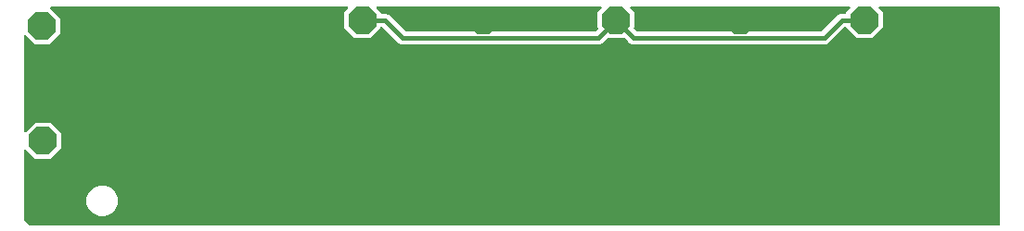
<source format=gbr>
G04 EAGLE Gerber RS-274X export*
G75*
%MOMM*%
%FSLAX34Y34*%
%LPD*%
%INBottom Copper*%
%IPPOS*%
%AMOC8*
5,1,8,0,0,1.08239X$1,22.5*%
G01*
%ADD10P,2.749271X8X22.500000*%
%ADD11C,0.502400*%
%ADD12C,0.381000*%

G36*
X894432Y14830D02*
X894432Y14830D01*
X894451Y14828D01*
X894553Y14850D01*
X894655Y14866D01*
X894672Y14876D01*
X894692Y14880D01*
X894781Y14933D01*
X894872Y14982D01*
X894886Y14996D01*
X894903Y15006D01*
X894970Y15085D01*
X895042Y15160D01*
X895050Y15178D01*
X895063Y15193D01*
X895102Y15289D01*
X895145Y15383D01*
X895147Y15403D01*
X895155Y15421D01*
X895173Y15588D01*
X895173Y214412D01*
X895170Y214432D01*
X895172Y214451D01*
X895150Y214553D01*
X895134Y214655D01*
X895124Y214672D01*
X895120Y214692D01*
X895067Y214781D01*
X895018Y214872D01*
X895004Y214886D01*
X894994Y214903D01*
X894915Y214970D01*
X894840Y215042D01*
X894822Y215050D01*
X894807Y215063D01*
X894711Y215102D01*
X894617Y215145D01*
X894597Y215147D01*
X894579Y215155D01*
X894412Y215173D01*
X785373Y215173D01*
X785303Y215162D01*
X785231Y215160D01*
X785182Y215142D01*
X785131Y215134D01*
X785067Y215100D01*
X785000Y215075D01*
X784959Y215043D01*
X784913Y215018D01*
X784864Y214966D01*
X784808Y214922D01*
X784780Y214878D01*
X784744Y214840D01*
X784714Y214775D01*
X784675Y214715D01*
X784662Y214664D01*
X784640Y214617D01*
X784632Y214546D01*
X784615Y214476D01*
X784619Y214424D01*
X784613Y214373D01*
X784628Y214302D01*
X784634Y214231D01*
X784654Y214183D01*
X784665Y214132D01*
X784702Y214071D01*
X784730Y214005D01*
X784775Y213949D01*
X784792Y213921D01*
X784809Y213906D01*
X784835Y213874D01*
X788565Y210144D01*
X788565Y196256D01*
X778744Y186435D01*
X764856Y186435D01*
X755035Y196256D01*
X755035Y196269D01*
X755032Y196289D01*
X755034Y196308D01*
X755012Y196410D01*
X754996Y196512D01*
X754986Y196529D01*
X754982Y196549D01*
X754929Y196638D01*
X754880Y196729D01*
X754866Y196743D01*
X754856Y196760D01*
X754777Y196827D01*
X754702Y196899D01*
X754684Y196907D01*
X754669Y196920D01*
X754573Y196959D01*
X754479Y197002D01*
X754459Y197004D01*
X754441Y197012D01*
X754274Y197030D01*
X753788Y197030D01*
X753698Y197016D01*
X753607Y197008D01*
X753577Y196996D01*
X753545Y196991D01*
X753465Y196948D01*
X753381Y196912D01*
X753349Y196886D01*
X753328Y196875D01*
X753306Y196852D01*
X753250Y196807D01*
X738382Y181939D01*
X736187Y181030D01*
X559813Y181030D01*
X557618Y181939D01*
X555832Y183725D01*
X552971Y186586D01*
X552955Y186598D01*
X552943Y186613D01*
X552856Y186669D01*
X552772Y186730D01*
X552753Y186735D01*
X552736Y186746D01*
X552636Y186771D01*
X552537Y186802D01*
X552517Y186801D01*
X552497Y186806D01*
X552394Y186798D01*
X552291Y186796D01*
X552272Y186789D01*
X552252Y186787D01*
X552157Y186747D01*
X552060Y186711D01*
X552044Y186699D01*
X552026Y186691D01*
X551895Y186586D01*
X551744Y186435D01*
X537842Y186435D01*
X537789Y186469D01*
X537705Y186530D01*
X537686Y186535D01*
X537670Y186546D01*
X537569Y186572D01*
X537470Y186602D01*
X537450Y186601D01*
X537431Y186606D01*
X537328Y186598D01*
X537224Y186596D01*
X537206Y186589D01*
X537186Y186587D01*
X537091Y186547D01*
X536993Y186511D01*
X536978Y186499D01*
X536959Y186491D01*
X536829Y186386D01*
X534168Y183725D01*
X532382Y181939D01*
X530187Y181030D01*
X348813Y181030D01*
X346618Y181939D01*
X331750Y196807D01*
X331676Y196860D01*
X331607Y196920D01*
X331577Y196932D01*
X331550Y196951D01*
X331464Y196978D01*
X331379Y197012D01*
X331338Y197016D01*
X331315Y197023D01*
X331283Y197022D01*
X331212Y197030D01*
X330726Y197030D01*
X330706Y197027D01*
X330687Y197029D01*
X330585Y197007D01*
X330483Y196991D01*
X330466Y196981D01*
X330446Y196977D01*
X330357Y196924D01*
X330266Y196875D01*
X330252Y196861D01*
X330235Y196851D01*
X330168Y196772D01*
X330096Y196697D01*
X330088Y196679D01*
X330075Y196664D01*
X330036Y196568D01*
X329993Y196474D01*
X329991Y196454D01*
X329983Y196436D01*
X329965Y196269D01*
X329965Y196256D01*
X320144Y186435D01*
X306256Y186435D01*
X296435Y196256D01*
X296435Y210144D01*
X300165Y213874D01*
X300207Y213932D01*
X300256Y213984D01*
X300278Y214031D01*
X300308Y214073D01*
X300329Y214142D01*
X300360Y214207D01*
X300365Y214259D01*
X300381Y214309D01*
X300379Y214380D01*
X300387Y214451D01*
X300376Y214502D01*
X300374Y214554D01*
X300350Y214622D01*
X300335Y214692D01*
X300308Y214737D01*
X300290Y214785D01*
X300245Y214841D01*
X300208Y214903D01*
X300169Y214937D01*
X300136Y214977D01*
X300076Y215016D01*
X300021Y215063D01*
X299973Y215082D01*
X299929Y215110D01*
X299860Y215128D01*
X299793Y215155D01*
X299722Y215163D01*
X299691Y215171D01*
X299668Y215169D01*
X299627Y215173D01*
X29153Y215173D01*
X29083Y215162D01*
X29011Y215160D01*
X28962Y215142D01*
X28911Y215134D01*
X28847Y215100D01*
X28780Y215075D01*
X28739Y215043D01*
X28693Y215018D01*
X28644Y214966D01*
X28588Y214922D01*
X28560Y214878D01*
X28524Y214840D01*
X28494Y214775D01*
X28455Y214715D01*
X28442Y214664D01*
X28420Y214617D01*
X28412Y214546D01*
X28395Y214476D01*
X28399Y214424D01*
X28393Y214373D01*
X28408Y214302D01*
X28414Y214231D01*
X28434Y214183D01*
X28445Y214132D01*
X28482Y214071D01*
X28510Y214005D01*
X28555Y213949D01*
X28572Y213921D01*
X28589Y213906D01*
X28615Y213874D01*
X37565Y204924D01*
X37565Y191036D01*
X27744Y181215D01*
X13856Y181215D01*
X6126Y188945D01*
X6068Y188987D01*
X6016Y189036D01*
X5969Y189058D01*
X5927Y189088D01*
X5858Y189109D01*
X5793Y189140D01*
X5741Y189145D01*
X5691Y189161D01*
X5620Y189159D01*
X5549Y189167D01*
X5498Y189156D01*
X5446Y189154D01*
X5378Y189130D01*
X5308Y189115D01*
X5263Y189088D01*
X5215Y189070D01*
X5159Y189025D01*
X5097Y188988D01*
X5063Y188949D01*
X5023Y188916D01*
X4984Y188856D01*
X4937Y188801D01*
X4918Y188753D01*
X4890Y188709D01*
X4872Y188640D01*
X4845Y188573D01*
X4837Y188502D01*
X4829Y188471D01*
X4831Y188448D01*
X4827Y188407D01*
X4827Y101183D01*
X4838Y101113D01*
X4840Y101041D01*
X4858Y100992D01*
X4866Y100941D01*
X4900Y100877D01*
X4925Y100810D01*
X4957Y100769D01*
X4982Y100723D01*
X5034Y100674D01*
X5078Y100618D01*
X5122Y100590D01*
X5160Y100554D01*
X5225Y100524D01*
X5285Y100485D01*
X5336Y100472D01*
X5383Y100450D01*
X5454Y100442D01*
X5524Y100425D01*
X5576Y100429D01*
X5627Y100423D01*
X5698Y100438D01*
X5769Y100444D01*
X5817Y100464D01*
X5868Y100475D01*
X5929Y100512D01*
X5995Y100540D01*
X6051Y100585D01*
X6079Y100602D01*
X6094Y100619D01*
X6126Y100645D01*
X14646Y109165D01*
X28534Y109165D01*
X38355Y99344D01*
X38355Y85456D01*
X28534Y75635D01*
X14646Y75635D01*
X6126Y84155D01*
X6068Y84197D01*
X6016Y84246D01*
X5969Y84268D01*
X5927Y84298D01*
X5858Y84319D01*
X5793Y84350D01*
X5741Y84355D01*
X5691Y84371D01*
X5620Y84369D01*
X5549Y84377D01*
X5498Y84366D01*
X5446Y84364D01*
X5378Y84340D01*
X5308Y84325D01*
X5263Y84298D01*
X5215Y84280D01*
X5159Y84235D01*
X5097Y84198D01*
X5063Y84159D01*
X5023Y84126D01*
X4984Y84066D01*
X4937Y84011D01*
X4918Y83963D01*
X4890Y83919D01*
X4872Y83850D01*
X4845Y83783D01*
X4837Y83712D01*
X4829Y83681D01*
X4831Y83658D01*
X4827Y83617D01*
X4827Y19812D01*
X4841Y19722D01*
X4849Y19631D01*
X4861Y19601D01*
X4866Y19569D01*
X4909Y19489D01*
X4945Y19405D01*
X4971Y19373D01*
X4982Y19352D01*
X5005Y19330D01*
X5050Y19274D01*
X9274Y15050D01*
X9348Y14997D01*
X9417Y14937D01*
X9447Y14925D01*
X9473Y14906D01*
X9560Y14879D01*
X9645Y14845D01*
X9686Y14841D01*
X9709Y14834D01*
X9741Y14835D01*
X9812Y14827D01*
X894412Y14827D01*
X894432Y14830D01*
G37*
G36*
X526302Y192984D02*
X526302Y192984D01*
X526393Y192992D01*
X526423Y193004D01*
X526455Y193009D01*
X526535Y193052D01*
X526619Y193088D01*
X526651Y193114D01*
X526672Y193125D01*
X526694Y193148D01*
X526750Y193193D01*
X528386Y194829D01*
X528398Y194845D01*
X528413Y194857D01*
X528469Y194944D01*
X528530Y195028D01*
X528535Y195047D01*
X528546Y195064D01*
X528572Y195164D01*
X528602Y195263D01*
X528601Y195283D01*
X528606Y195303D01*
X528598Y195406D01*
X528596Y195509D01*
X528589Y195528D01*
X528587Y195548D01*
X528547Y195643D01*
X528511Y195740D01*
X528499Y195756D01*
X528491Y195774D01*
X528386Y195905D01*
X528035Y196256D01*
X528035Y210144D01*
X531765Y213874D01*
X531807Y213932D01*
X531856Y213984D01*
X531878Y214031D01*
X531908Y214073D01*
X531929Y214142D01*
X531960Y214207D01*
X531965Y214259D01*
X531981Y214309D01*
X531979Y214380D01*
X531987Y214451D01*
X531976Y214502D01*
X531974Y214554D01*
X531950Y214622D01*
X531935Y214692D01*
X531908Y214737D01*
X531890Y214785D01*
X531845Y214841D01*
X531808Y214903D01*
X531769Y214937D01*
X531736Y214977D01*
X531676Y215016D01*
X531621Y215063D01*
X531573Y215082D01*
X531529Y215110D01*
X531460Y215128D01*
X531393Y215155D01*
X531322Y215163D01*
X531291Y215171D01*
X531268Y215169D01*
X531227Y215173D01*
X326773Y215173D01*
X326703Y215162D01*
X326631Y215160D01*
X326582Y215142D01*
X326531Y215134D01*
X326467Y215100D01*
X326400Y215075D01*
X326359Y215043D01*
X326313Y215018D01*
X326264Y214966D01*
X326208Y214922D01*
X326180Y214878D01*
X326144Y214840D01*
X326114Y214775D01*
X326075Y214715D01*
X326062Y214664D01*
X326040Y214617D01*
X326032Y214546D01*
X326015Y214476D01*
X326019Y214424D01*
X326013Y214373D01*
X326028Y214302D01*
X326034Y214231D01*
X326054Y214183D01*
X326065Y214132D01*
X326102Y214071D01*
X326130Y214005D01*
X326175Y213949D01*
X326192Y213921D01*
X326209Y213906D01*
X326235Y213874D01*
X329965Y210144D01*
X329965Y209731D01*
X329968Y209711D01*
X329966Y209692D01*
X329988Y209590D01*
X330004Y209488D01*
X330014Y209471D01*
X330018Y209451D01*
X330071Y209362D01*
X330120Y209271D01*
X330134Y209257D01*
X330144Y209240D01*
X330223Y209173D01*
X330298Y209101D01*
X330316Y209093D01*
X330331Y209080D01*
X330427Y209041D01*
X330521Y208998D01*
X330541Y208996D01*
X330559Y208988D01*
X330726Y208970D01*
X335187Y208970D01*
X337382Y208061D01*
X352250Y193193D01*
X352324Y193140D01*
X352393Y193080D01*
X352423Y193068D01*
X352450Y193049D01*
X352536Y193022D01*
X352621Y192988D01*
X352662Y192984D01*
X352685Y192977D01*
X352717Y192978D01*
X352788Y192970D01*
X526212Y192970D01*
X526302Y192984D01*
G37*
G36*
X732302Y192984D02*
X732302Y192984D01*
X732393Y192992D01*
X732423Y193004D01*
X732455Y193009D01*
X732535Y193052D01*
X732619Y193088D01*
X732651Y193114D01*
X732672Y193125D01*
X732694Y193148D01*
X732750Y193193D01*
X747618Y208061D01*
X749813Y208970D01*
X754274Y208970D01*
X754294Y208973D01*
X754313Y208971D01*
X754415Y208993D01*
X754517Y209009D01*
X754534Y209019D01*
X754554Y209023D01*
X754643Y209076D01*
X754734Y209125D01*
X754748Y209139D01*
X754765Y209149D01*
X754832Y209228D01*
X754904Y209303D01*
X754912Y209321D01*
X754925Y209336D01*
X754964Y209432D01*
X755007Y209526D01*
X755009Y209546D01*
X755017Y209564D01*
X755035Y209731D01*
X755035Y210144D01*
X758765Y213874D01*
X758807Y213932D01*
X758856Y213984D01*
X758878Y214031D01*
X758908Y214073D01*
X758929Y214142D01*
X758960Y214207D01*
X758965Y214259D01*
X758981Y214309D01*
X758979Y214380D01*
X758987Y214451D01*
X758976Y214502D01*
X758974Y214554D01*
X758950Y214622D01*
X758935Y214692D01*
X758908Y214737D01*
X758890Y214785D01*
X758845Y214841D01*
X758808Y214903D01*
X758769Y214937D01*
X758736Y214977D01*
X758676Y215016D01*
X758621Y215063D01*
X758573Y215082D01*
X758529Y215110D01*
X758460Y215128D01*
X758393Y215155D01*
X758322Y215163D01*
X758291Y215171D01*
X758268Y215169D01*
X758227Y215173D01*
X558373Y215173D01*
X558303Y215162D01*
X558231Y215160D01*
X558182Y215142D01*
X558131Y215134D01*
X558067Y215100D01*
X558000Y215075D01*
X557959Y215043D01*
X557913Y215018D01*
X557864Y214966D01*
X557808Y214922D01*
X557780Y214878D01*
X557744Y214840D01*
X557714Y214775D01*
X557675Y214715D01*
X557662Y214664D01*
X557640Y214617D01*
X557632Y214546D01*
X557615Y214476D01*
X557619Y214424D01*
X557613Y214373D01*
X557628Y214302D01*
X557634Y214231D01*
X557654Y214183D01*
X557665Y214132D01*
X557702Y214071D01*
X557730Y214005D01*
X557775Y213949D01*
X557792Y213921D01*
X557809Y213906D01*
X557835Y213874D01*
X561565Y210144D01*
X561565Y196256D01*
X561414Y196105D01*
X561402Y196089D01*
X561387Y196076D01*
X561331Y195989D01*
X561270Y195905D01*
X561265Y195886D01*
X561254Y195870D01*
X561228Y195769D01*
X561198Y195670D01*
X561199Y195650D01*
X561194Y195631D01*
X561202Y195528D01*
X561204Y195424D01*
X561211Y195406D01*
X561213Y195386D01*
X561253Y195291D01*
X561289Y195193D01*
X561301Y195178D01*
X561309Y195159D01*
X561414Y195029D01*
X563250Y193193D01*
X563324Y193140D01*
X563393Y193080D01*
X563423Y193068D01*
X563450Y193049D01*
X563537Y193022D01*
X563621Y192988D01*
X563662Y192984D01*
X563685Y192977D01*
X563717Y192978D01*
X563788Y192970D01*
X732212Y192970D01*
X732302Y192984D01*
G37*
%LPC*%
G36*
X72992Y23475D02*
X72992Y23475D01*
X67823Y25617D01*
X63867Y29573D01*
X61725Y34742D01*
X61725Y40338D01*
X63867Y45507D01*
X67823Y49463D01*
X72992Y51605D01*
X78588Y51605D01*
X83757Y49463D01*
X87713Y45507D01*
X89855Y40338D01*
X89855Y34742D01*
X87713Y29573D01*
X83757Y25617D01*
X78588Y23475D01*
X72992Y23475D01*
G37*
%LPD*%
D10*
X313200Y203200D03*
X424000Y203200D03*
X20800Y197980D03*
X21120Y145130D03*
X544800Y203200D03*
X658300Y203200D03*
X771800Y203200D03*
X875300Y203200D03*
X21590Y92400D03*
X230980Y200210D03*
D11*
X110490Y120650D03*
X103360Y130190D03*
X110980Y130190D03*
X121140Y130190D03*
X112250Y95900D03*
X121140Y95900D03*
X118600Y109870D03*
X109710Y109870D03*
X118600Y120030D03*
X110490Y182880D03*
X118110Y182880D03*
X110490Y173990D03*
X118110Y173990D03*
D12*
X544800Y203200D02*
X561000Y187000D01*
X735000Y187000D01*
X751000Y203000D01*
X771000Y203000D01*
X771800Y203200D01*
X544000Y202000D02*
X529000Y187000D01*
X350000Y187000D01*
X334000Y203000D01*
X314000Y203000D01*
X544000Y202000D02*
X544800Y203200D01*
X314000Y203000D02*
X313200Y203200D01*
M02*

</source>
